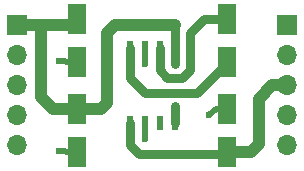
<source format=gbr>
G04 #@! TF.FileFunction,Copper,L1,Top,Signal*
%FSLAX46Y46*%
G04 Gerber Fmt 4.6, Leading zero omitted, Abs format (unit mm)*
G04 Created by KiCad (PCBNEW 4.0.7) date Saturday, 05 May 2018 'PMt' 13:54:56*
%MOMM*%
%LPD*%
G01*
G04 APERTURE LIST*
%ADD10C,0.100000*%
%ADD11R,1.600000X2.600000*%
%ADD12R,0.508000X1.143000*%
%ADD13R,1.700000X1.700000*%
%ADD14O,1.700000X1.700000*%
%ADD15C,0.600000*%
%ADD16C,1.000000*%
%ADD17C,0.750000*%
%ADD18C,0.500000*%
G04 APERTURE END LIST*
D10*
D11*
X83820000Y-60430000D03*
X83820000Y-64030000D03*
X83820000Y-52810000D03*
X83820000Y-56410000D03*
X96520000Y-52810000D03*
X96520000Y-56410000D03*
X96520000Y-60430000D03*
X96520000Y-64030000D03*
D12*
X92075000Y-61595000D03*
X90805000Y-61595000D03*
X89535000Y-61595000D03*
X88265000Y-61595000D03*
X88265000Y-55245000D03*
X89535000Y-55245000D03*
X90805000Y-55245000D03*
X92075000Y-55245000D03*
D13*
X78740000Y-53340000D03*
D14*
X78740000Y-55880000D03*
X78740000Y-58420000D03*
X78740000Y-60960000D03*
X78740000Y-63500000D03*
D13*
X101600000Y-53340000D03*
D14*
X101600000Y-55880000D03*
X101600000Y-58420000D03*
X101600000Y-60960000D03*
X101600000Y-63500000D03*
D15*
X92075000Y-60198000D03*
X92075000Y-56642000D03*
X92075000Y-53340000D03*
X94996000Y-60960000D03*
X89535000Y-62992000D03*
X89535000Y-56642000D03*
X82232500Y-64008000D03*
X82232500Y-56388000D03*
D16*
X80772000Y-53340000D02*
X80772000Y-59436000D01*
X81766000Y-60430000D02*
X83820000Y-60430000D01*
X80772000Y-59436000D02*
X81766000Y-60430000D01*
X78740000Y-53340000D02*
X80772000Y-53340000D01*
X80772000Y-53340000D02*
X83290000Y-53340000D01*
X83290000Y-53340000D02*
X83820000Y-52810000D01*
X83798000Y-60452000D02*
X83820000Y-60430000D01*
D17*
X92075000Y-55245000D02*
X92075000Y-56642000D01*
X92075000Y-60198000D02*
X92075000Y-61595000D01*
X92075000Y-55245000D02*
X92075000Y-53340000D01*
D16*
X83820000Y-60430000D02*
X85830000Y-60430000D01*
X86995000Y-53340000D02*
X92075000Y-53340000D01*
X86360000Y-53975000D02*
X86995000Y-53340000D01*
X86360000Y-59900000D02*
X86360000Y-53975000D01*
X85830000Y-60430000D02*
X86360000Y-59900000D01*
D18*
X96520000Y-60430000D02*
X95526000Y-60430000D01*
X95526000Y-60430000D02*
X94996000Y-60960000D01*
X89535000Y-61595000D02*
X89535000Y-62992000D01*
X89535000Y-55245000D02*
X89535000Y-56642000D01*
X83820000Y-64030000D02*
X83334000Y-64030000D01*
X83334000Y-64030000D02*
X82232500Y-64008000D01*
X83820000Y-56410000D02*
X83334000Y-56410000D01*
X83334000Y-56410000D02*
X82232500Y-56388000D01*
D17*
X90805000Y-55245000D02*
X90805000Y-57150000D01*
X94510000Y-52810000D02*
X96520000Y-52810000D01*
X93345000Y-53975000D02*
X94510000Y-52810000D01*
X93345000Y-57150000D02*
X93345000Y-53975000D01*
X92710000Y-57785000D02*
X93345000Y-57150000D01*
X91440000Y-57785000D02*
X92710000Y-57785000D01*
X90805000Y-57150000D02*
X91440000Y-57785000D01*
X88265000Y-55245000D02*
X88265000Y-57785000D01*
X93980000Y-59055000D02*
X96520000Y-56515000D01*
X89535000Y-59055000D02*
X93980000Y-59055000D01*
X88265000Y-57785000D02*
X89535000Y-59055000D01*
X96520000Y-56515000D02*
X96520000Y-56410000D01*
D16*
X96520000Y-64030000D02*
X98530000Y-64030000D01*
X100330000Y-58420000D02*
X101600000Y-58420000D01*
X99187000Y-59563000D02*
X100330000Y-58420000D01*
X99187000Y-63373000D02*
X99187000Y-59563000D01*
X98530000Y-64030000D02*
X99187000Y-63373000D01*
D17*
X96288000Y-64262000D02*
X93091000Y-64262000D01*
X88265000Y-63500000D02*
X89027000Y-64262000D01*
X89027000Y-64262000D02*
X93091000Y-64262000D01*
X88265000Y-63500000D02*
X88265000Y-61595000D01*
X96288000Y-64262000D02*
X96520000Y-64030000D01*
X96625000Y-64135000D02*
X96520000Y-64030000D01*
M02*

</source>
